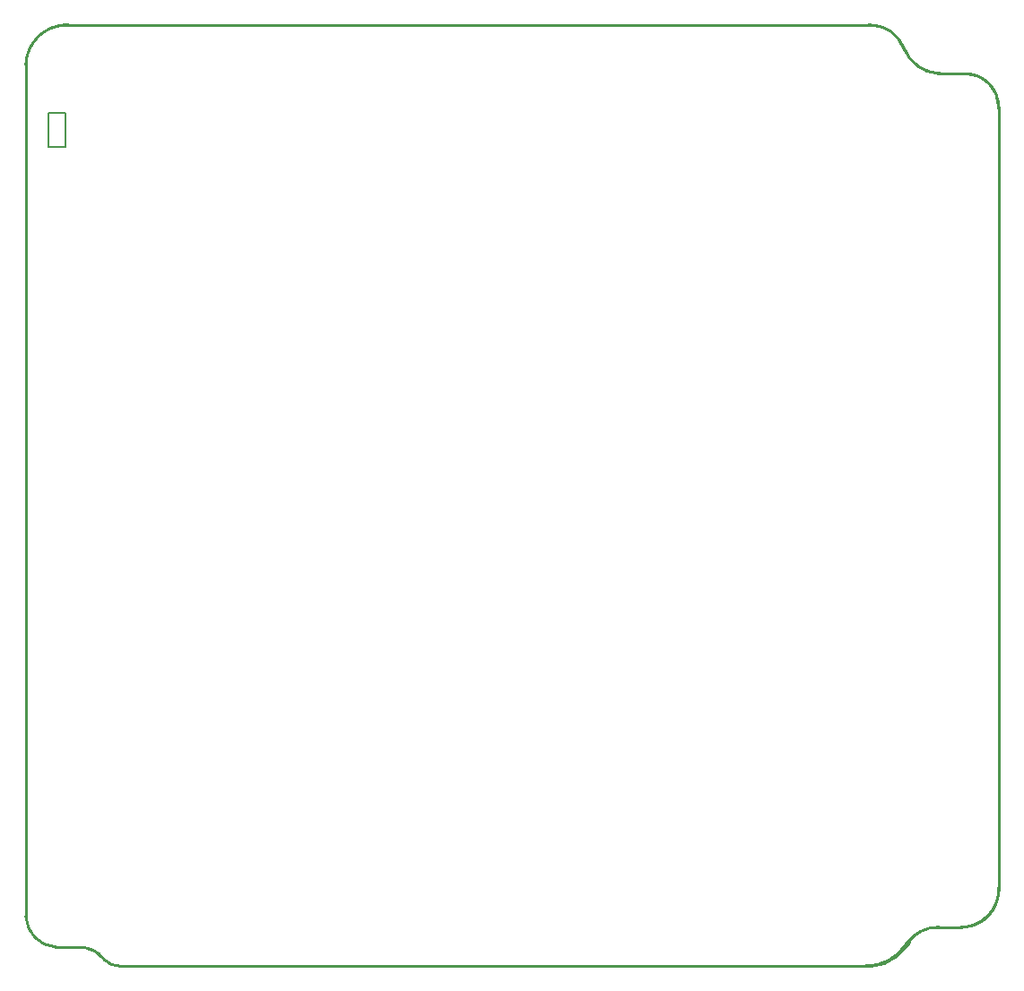
<source format=gko>
G04*
G04 #@! TF.GenerationSoftware,Altium Limited,Altium Designer,18.1.7 (191)*
G04*
G04 Layer_Color=16711935*
%FSLAX25Y25*%
%MOIN*%
G70*
G01*
G75*
%ADD11C,0.01000*%
%ADD13C,0.00787*%
D11*
X15780Y350101D02*
G03*
X-7Y335357I-216J-15592D01*
G01*
X326286Y341311D02*
G03*
X340745Y331825I14367J6137D01*
G01*
X326286Y341311D02*
G03*
X313520Y350066I-12459J-4482D01*
G01*
X361661Y318815D02*
G03*
X348350Y331848I-12397J653D01*
G01*
X347337Y14308D02*
G03*
X361707Y29307I45J14341D01*
G01*
X338846Y14343D02*
G03*
X328274Y8774I110J-13029D01*
G01*
X314792Y-101D02*
G03*
X323165Y3151I-107J12677D01*
G01*
X26951Y4550D02*
G03*
X20717Y6885I-5955J-6408D01*
G01*
X29226Y2262D02*
G03*
X34997Y-109I5528J5245D01*
G01*
X37Y18485D02*
G03*
X10786Y7001I11878J346D01*
G01*
X15564Y350066D02*
X313520D01*
X340653Y331848D02*
X348350D01*
X361707Y318815D02*
X361707Y29307D01*
X338846Y14343D02*
X347335D01*
X323180Y3138D02*
X328255Y8763D01*
Y8787D01*
X34997Y-109D02*
X314686D01*
X26945Y4543D02*
X29226Y2262D01*
X10895Y6893D02*
X20997D01*
X-8Y18830D02*
X-8Y335358D01*
X40Y18031D02*
G03*
X11317Y6947I11796J722D01*
G01*
X29279Y2252D02*
G03*
X21524Y6947I-10086J-7908D01*
G01*
X29279Y2252D02*
G03*
X34488Y-72I4950J4095D01*
G01*
X311967Y-72D02*
G03*
X327284Y8149I575J17307D01*
G01*
X348242Y14356D02*
G03*
X361631Y27952I-102J13490D01*
G01*
X339435Y14356D02*
G03*
X327284Y8149I-253J-14503D01*
G01*
X361631Y319610D02*
G03*
X349410Y331905I-12330J-35D01*
G01*
X326575Y341338D02*
G03*
X338899Y331927I13326J4677D01*
G01*
X326575Y341220D02*
G03*
X314725Y349881I-12571J-4763D01*
G01*
X14449D02*
G03*
X45Y335005I609J-15002D01*
G01*
X11317Y6947D02*
X21524D01*
X34488Y-72D02*
X311967Y-72D01*
X339182Y14356D02*
X348242D01*
X361631Y27952D02*
X361631Y319610D01*
X338899Y331927D02*
X349301D01*
X16575Y349881D02*
X314725D01*
X14449D02*
X16575D01*
X40Y18031D02*
Y334880D01*
D13*
X8378Y317441D02*
X14677D01*
X8378Y304449D02*
X14677D01*
X8378D02*
Y317441D01*
X14677Y304449D02*
Y317441D01*
M02*

</source>
